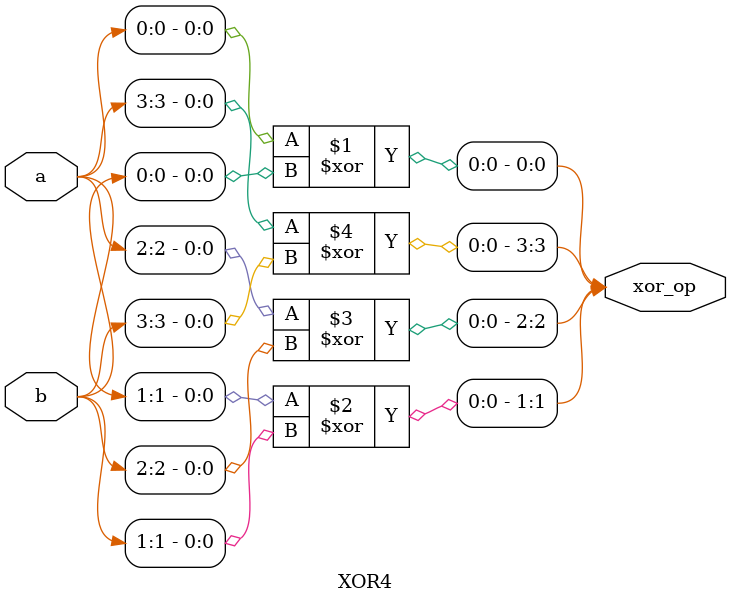
<source format=v>
module XOR4(
    output [3:0]xor_op,
    input [3:0]a,b
);

xor xor_gate0(xor_op[0], a[0], b[0]);
xor xor_gate1(xor_op[1], a[1], b[1]);
xor xor_gate2(xor_op[2], a[2], b[2]);
xor xor_gate3(xor_op[3], a[3], b[3]);

endmodule
</source>
